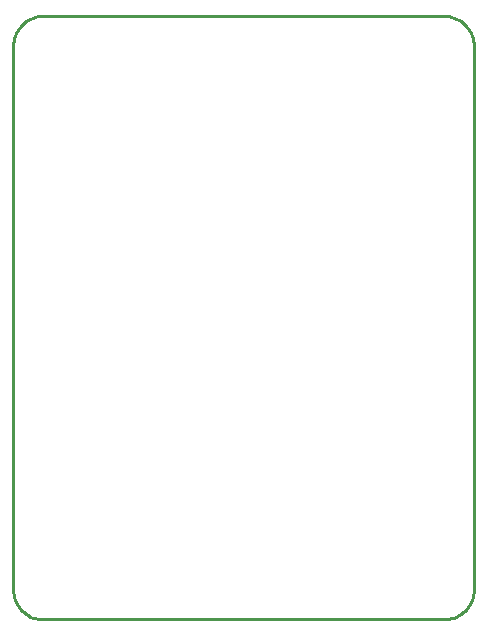
<source format=gbr>
G04 EAGLE Gerber RS-274X export*
G75*
%MOMM*%
%FSLAX34Y34*%
%LPD*%
%IN*%
%IPPOS*%
%AMOC8*
5,1,8,0,0,1.08239X$1,22.5*%
G01*
%ADD10C,0.254000*%


D10*
X0Y-25400D02*
X97Y-27614D01*
X386Y-29811D01*
X865Y-31974D01*
X1532Y-34087D01*
X2380Y-36135D01*
X3403Y-38100D01*
X4594Y-39969D01*
X5942Y-41727D01*
X7440Y-43361D01*
X9073Y-44858D01*
X10831Y-46206D01*
X12700Y-47397D01*
X14666Y-48420D01*
X16713Y-49268D01*
X18826Y-49935D01*
X20989Y-50414D01*
X23186Y-50703D01*
X25400Y-50800D01*
X364600Y-50800D01*
X366814Y-50703D01*
X369011Y-50414D01*
X371174Y-49935D01*
X373287Y-49268D01*
X375335Y-48420D01*
X377300Y-47397D01*
X379169Y-46206D01*
X380927Y-44858D01*
X382561Y-43361D01*
X384058Y-41727D01*
X385406Y-39969D01*
X386597Y-38100D01*
X387620Y-36135D01*
X388468Y-34087D01*
X389135Y-31974D01*
X389614Y-29811D01*
X389903Y-27614D01*
X390000Y-25400D01*
X390000Y434600D01*
X389903Y436814D01*
X389614Y439011D01*
X389135Y441174D01*
X388468Y443287D01*
X387620Y445335D01*
X386597Y447300D01*
X385406Y449169D01*
X384058Y450927D01*
X382561Y452561D01*
X380927Y454058D01*
X379169Y455406D01*
X377300Y456597D01*
X375335Y457620D01*
X373287Y458468D01*
X371174Y459135D01*
X369011Y459614D01*
X366814Y459903D01*
X364600Y460000D01*
X25400Y460000D01*
X23186Y459903D01*
X20989Y459614D01*
X18826Y459135D01*
X16713Y458468D01*
X14666Y457620D01*
X12700Y456597D01*
X10831Y455406D01*
X9073Y454058D01*
X7440Y452561D01*
X5942Y450927D01*
X4594Y449169D01*
X3403Y447300D01*
X2380Y445335D01*
X1532Y443287D01*
X865Y441174D01*
X386Y439011D01*
X97Y436814D01*
X0Y434600D01*
X0Y-25400D01*
M02*

</source>
